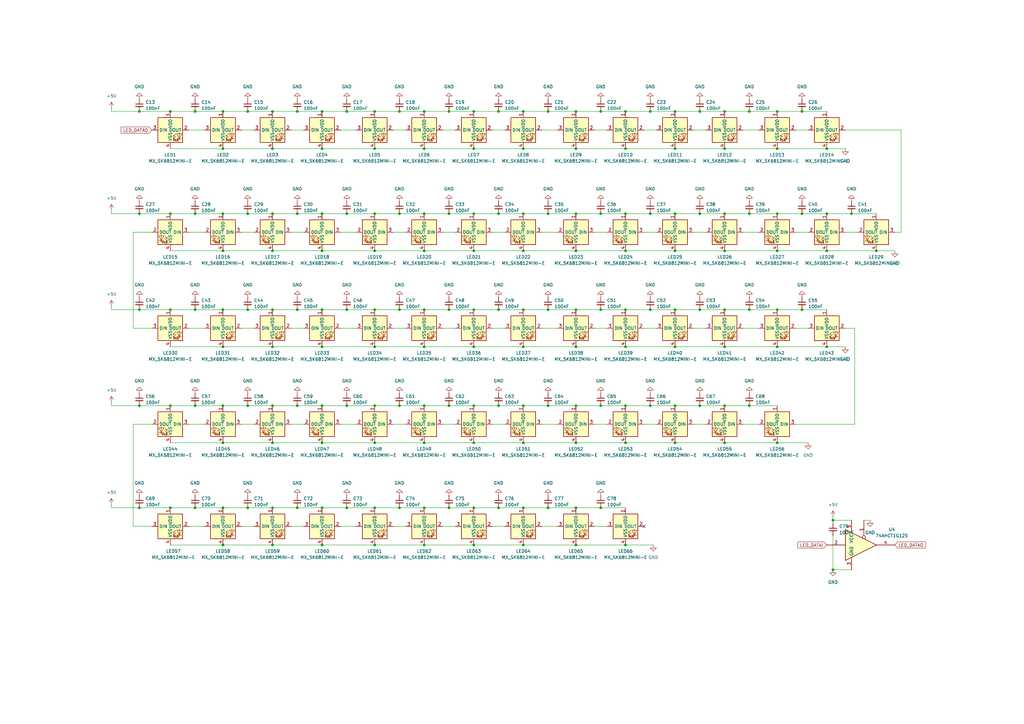
<source format=kicad_sch>
(kicad_sch (version 20230121) (generator eeschema)
  (paper "A3")
  (junction (at 224.79 87.63))
  (junction (at 276.86 87.63))
  (junction (at 266.7 166.37))
  (junction (at 256.54 45.72))
  (junction (at 142.24 45.72))
  (junction (at 256.54 166.37))
  (junction (at 142.24 166.37))
  (junction (at 194.31 102.87))
  (junction (at 359.41 102.87))
  (junction (at 57.15 166.37))
  (junction (at 236.22 142.24))
  (junction (at 276.86 102.87))
  (junction (at 266.7 87.63))
  (junction (at 224.79 127))
  (junction (at 101.6 127))
  (junction (at 287.02 127))
  (junction (at 173.99 181.61))
  (junction (at 57.15 87.63))
  (junction (at 276.86 45.72))
  (junction (at 184.15 208.28))
  (junction (at 111.76 223.52))
  (junction (at 57.15 45.72))
  (junction (at 204.47 127))
  (junction (at 297.18 127))
  (junction (at 194.31 60.96))
  (junction (at 214.63 87.63))
  (junction (at 256.54 223.52))
  (junction (at 256.54 60.96))
  (junction (at 276.86 142.24))
  (junction (at 132.08 45.72))
  (junction (at 142.24 127))
  (junction (at 276.86 60.96))
  (junction (at 297.18 102.87))
  (junction (at 132.08 208.28))
  (junction (at 266.7 127))
  (junction (at 121.92 87.63))
  (junction (at 236.22 102.87))
  (junction (at 101.6 208.28))
  (junction (at 339.09 142.24))
  (junction (at 194.31 127))
  (junction (at 339.09 87.63))
  (junction (at 173.99 166.37))
  (junction (at 69.85 127))
  (junction (at 184.15 127))
  (junction (at 132.08 166.37))
  (junction (at 297.18 60.96))
  (junction (at 318.77 181.61))
  (junction (at 297.18 45.72))
  (junction (at 111.76 60.96))
  (junction (at 214.63 102.87))
  (junction (at 121.92 127))
  (junction (at 339.09 60.96))
  (junction (at 328.93 45.72))
  (junction (at 318.77 87.63))
  (junction (at 121.92 45.72))
  (junction (at 184.15 45.72))
  (junction (at 214.63 181.61))
  (junction (at 111.76 45.72))
  (junction (at 111.76 208.28))
  (junction (at 111.76 142.24))
  (junction (at 328.93 127))
  (junction (at 80.01 208.28))
  (junction (at 132.08 223.52))
  (junction (at 173.99 102.87))
  (junction (at 163.83 45.72))
  (junction (at 236.22 208.28))
  (junction (at 173.99 60.96))
  (junction (at 236.22 181.61))
  (junction (at 297.18 181.61))
  (junction (at 69.85 208.28))
  (junction (at 69.85 166.37))
  (junction (at 194.31 223.52))
  (junction (at 194.31 87.63))
  (junction (at 307.34 45.72))
  (junction (at 153.67 142.24))
  (junction (at 153.67 223.52))
  (junction (at 57.15 127))
  (junction (at 246.38 127))
  (junction (at 194.31 45.72))
  (junction (at 91.44 45.72))
  (junction (at 349.25 87.63))
  (junction (at 194.31 142.24))
  (junction (at 101.6 45.72))
  (junction (at 236.22 87.63))
  (junction (at 153.67 208.28))
  (junction (at 214.63 208.28))
  (junction (at 236.22 127))
  (junction (at 153.67 166.37))
  (junction (at 91.44 60.96))
  (junction (at 91.44 181.61))
  (junction (at 153.67 127))
  (junction (at 318.77 127))
  (junction (at 236.22 166.37))
  (junction (at 132.08 60.96))
  (junction (at 101.6 87.63))
  (junction (at 339.09 102.87))
  (junction (at 341.63 213.36))
  (junction (at 246.38 166.37))
  (junction (at 297.18 142.24))
  (junction (at 256.54 87.63))
  (junction (at 173.99 127))
  (junction (at 204.47 45.72))
  (junction (at 214.63 223.52))
  (junction (at 91.44 223.52))
  (junction (at 111.76 181.61))
  (junction (at 57.15 208.28))
  (junction (at 163.83 208.28))
  (junction (at 236.22 45.72))
  (junction (at 121.92 166.37))
  (junction (at 111.76 127))
  (junction (at 318.77 45.72))
  (junction (at 256.54 102.87))
  (junction (at 91.44 127))
  (junction (at 153.67 87.63))
  (junction (at 341.63 233.68))
  (junction (at 153.67 181.61))
  (junction (at 132.08 181.61))
  (junction (at 204.47 166.37))
  (junction (at 80.01 45.72))
  (junction (at 318.77 142.24))
  (junction (at 214.63 127))
  (junction (at 194.31 166.37))
  (junction (at 214.63 60.96))
  (junction (at 69.85 87.63))
  (junction (at 111.76 102.87))
  (junction (at 287.02 166.37))
  (junction (at 204.47 87.63))
  (junction (at 153.67 60.96))
  (junction (at 163.83 166.37))
  (junction (at 276.86 166.37))
  (junction (at 101.6 166.37))
  (junction (at 256.54 142.24))
  (junction (at 214.63 45.72))
  (junction (at 307.34 127))
  (junction (at 204.47 208.28))
  (junction (at 246.38 208.28))
  (junction (at 80.01 87.63))
  (junction (at 214.63 166.37))
  (junction (at 163.83 127))
  (junction (at 132.08 127))
  (junction (at 266.7 45.72))
  (junction (at 91.44 208.28))
  (junction (at 328.93 87.63))
  (junction (at 80.01 127))
  (junction (at 132.08 102.87))
  (junction (at 132.08 87.63))
  (junction (at 91.44 166.37))
  (junction (at 297.18 166.37))
  (junction (at 256.54 127))
  (junction (at 173.99 87.63))
  (junction (at 307.34 166.37))
  (junction (at 132.08 142.24))
  (junction (at 246.38 87.63))
  (junction (at 224.79 208.28))
  (junction (at 318.77 102.87))
  (junction (at 318.77 60.96))
  (junction (at 184.15 87.63))
  (junction (at 246.38 45.72))
  (junction (at 236.22 223.52))
  (junction (at 224.79 166.37))
  (junction (at 184.15 166.37))
  (junction (at 224.79 45.72))
  (junction (at 214.63 142.24))
  (junction (at 91.44 142.24))
  (junction (at 111.76 87.63))
  (junction (at 91.44 102.87))
  (junction (at 173.99 208.28))
  (junction (at 153.67 102.87))
  (junction (at 163.83 87.63))
  (junction (at 111.76 166.37))
  (junction (at 256.54 181.61))
  (junction (at 287.02 45.72))
  (junction (at 69.85 45.72))
  (junction (at 287.02 87.63))
  (junction (at 153.67 45.72))
  (junction (at 173.99 142.24))
  (junction (at 194.31 208.28))
  (junction (at 142.24 208.28))
  (junction (at 142.24 87.63))
  (junction (at 121.92 208.28))
  (junction (at 307.34 87.63))
  (junction (at 91.44 87.63))
  (junction (at 194.31 181.61))
  (junction (at 236.22 60.96))
  (junction (at 276.86 127))
  (junction (at 80.01 166.37))
  (junction (at 276.86 181.61))
  (junction (at 173.99 223.52))
  (junction (at 297.18 87.63))
  (junction (at 173.99 45.72))
  (no_connect (at 264.16 215.9))
  (wire (pts (xy 132.08 127) (xy 121.92 127)))
  (wire (pts (xy 153.67 142.24) (xy 173.99 142.24)))
  (wire (pts (xy 224.79 166.37) (xy 236.22 166.37)))
  (wire (pts (xy 201.93 134.62) (xy 207.01 134.62)))
  (wire (pts (xy 349.25 87.63) (xy 359.41 87.63)))
  (wire (pts (xy 243.84 95.25) (xy 248.92 95.25)))
  (wire (pts (xy 201.93 95.25) (xy 207.01 95.25)))
  (wire (pts (xy 297.18 166.37) (xy 307.34 166.37)))
  (wire (pts (xy 264.16 134.62) (xy 269.24 134.62)))
  (wire (pts (xy 91.44 60.96) (xy 111.76 60.96)))
  (wire (pts (xy 224.79 208.28) (xy 214.63 208.28)))
  (wire (pts (xy 101.6 127) (xy 91.44 127)))
  (wire (pts (xy 173.99 127) (xy 163.83 127)))
  (wire (pts (xy 256.54 102.87) (xy 276.86 102.87)))
  (wire (pts (xy 45.72 45.72) (xy 57.15 45.72)))
  (wire (pts (xy 142.24 166.37) (xy 153.67 166.37)))
  (wire (pts (xy 54.61 95.25) (xy 54.61 134.62)))
  (wire (pts (xy 264.16 173.99) (xy 269.24 173.99)))
  (wire (pts (xy 181.61 53.34) (xy 186.69 53.34)))
  (wire (pts (xy 236.22 142.24) (xy 256.54 142.24)))
  (wire (pts (xy 121.92 208.28) (xy 111.76 208.28)))
  (wire (pts (xy 284.48 53.34) (xy 289.56 53.34)))
  (wire (pts (xy 184.15 45.72) (xy 194.31 45.72)))
  (wire (pts (xy 256.54 142.24) (xy 276.86 142.24)))
  (wire (pts (xy 163.83 87.63) (xy 173.99 87.63)))
  (wire (pts (xy 341.63 213.36) (xy 341.63 214.63)))
  (wire (pts (xy 204.47 45.72) (xy 214.63 45.72)))
  (wire (pts (xy 214.63 223.52) (xy 236.22 223.52)))
  (wire (pts (xy 91.44 142.24) (xy 111.76 142.24)))
  (wire (pts (xy 161.29 215.9) (xy 166.37 215.9)))
  (wire (pts (xy 318.77 60.96) (xy 339.09 60.96)))
  (wire (pts (xy 132.08 87.63) (xy 142.24 87.63)))
  (wire (pts (xy 194.31 87.63) (xy 204.47 87.63)))
  (wire (pts (xy 350.52 173.99) (xy 326.39 173.99)))
  (wire (pts (xy 339.09 102.87) (xy 359.41 102.87)))
  (wire (pts (xy 204.47 87.63) (xy 214.63 87.63)))
  (wire (pts (xy 91.44 127) (xy 80.01 127)))
  (wire (pts (xy 318.77 127) (xy 307.34 127)))
  (wire (pts (xy 266.7 127) (xy 276.86 127)))
  (wire (pts (xy 256.54 45.72) (xy 266.7 45.72)))
  (wire (pts (xy 326.39 53.34) (xy 331.47 53.34)))
  (wire (pts (xy 45.72 166.37) (xy 57.15 166.37)))
  (wire (pts (xy 297.18 102.87) (xy 318.77 102.87)))
  (wire (pts (xy 153.67 181.61) (xy 173.99 181.61)))
  (wire (pts (xy 57.15 208.28) (xy 69.85 208.28)))
  (wire (pts (xy 297.18 142.24) (xy 318.77 142.24)))
  (wire (pts (xy 184.15 127) (xy 173.99 127)))
  (wire (pts (xy 194.31 60.96) (xy 214.63 60.96)))
  (wire (pts (xy 264.16 53.34) (xy 269.24 53.34)))
  (wire (pts (xy 194.31 102.87) (xy 214.63 102.87)))
  (wire (pts (xy 264.16 95.25) (xy 269.24 95.25)))
  (wire (pts (xy 173.99 102.87) (xy 194.31 102.87)))
  (wire (pts (xy 80.01 87.63) (xy 91.44 87.63)))
  (wire (pts (xy 69.85 102.87) (xy 91.44 102.87)))
  (wire (pts (xy 77.47 215.9) (xy 83.82 215.9)))
  (wire (pts (xy 69.85 223.52) (xy 91.44 223.52)))
  (wire (pts (xy 119.38 173.99) (xy 124.46 173.99)))
  (wire (pts (xy 54.61 173.99) (xy 54.61 215.9)))
  (wire (pts (xy 307.34 87.63) (xy 318.77 87.63)))
  (wire (pts (xy 276.86 87.63) (xy 287.02 87.63)))
  (wire (pts (xy 45.72 87.63) (xy 45.72 86.36)))
  (wire (pts (xy 121.92 166.37) (xy 132.08 166.37)))
  (wire (pts (xy 111.76 102.87) (xy 132.08 102.87)))
  (wire (pts (xy 236.22 166.37) (xy 246.38 166.37)))
  (wire (pts (xy 132.08 102.87) (xy 153.67 102.87)))
  (wire (pts (xy 45.72 45.72) (xy 45.72 44.45)))
  (wire (pts (xy 111.76 208.28) (xy 101.6 208.28)))
  (wire (pts (xy 204.47 166.37) (xy 214.63 166.37)))
  (wire (pts (xy 132.08 181.61) (xy 153.67 181.61)))
  (wire (pts (xy 287.02 87.63) (xy 297.18 87.63)))
  (wire (pts (xy 266.7 127) (xy 256.54 127)))
  (wire (pts (xy 119.38 134.62) (xy 124.46 134.62)))
  (wire (pts (xy 54.61 134.62) (xy 62.23 134.62)))
  (wire (pts (xy 161.29 95.25) (xy 166.37 95.25)))
  (wire (pts (xy 346.71 134.62) (xy 350.52 134.62)))
  (wire (pts (xy 91.44 166.37) (xy 101.6 166.37)))
  (wire (pts (xy 346.71 53.34) (xy 369.57 53.34)))
  (wire (pts (xy 163.83 127) (xy 153.67 127)))
  (wire (pts (xy 139.7 134.62) (xy 146.05 134.62)))
  (wire (pts (xy 62.23 95.25) (xy 54.61 95.25)))
  (wire (pts (xy 276.86 45.72) (xy 287.02 45.72)))
  (wire (pts (xy 356.87 213.36) (xy 354.33 213.36)))
  (wire (pts (xy 181.61 134.62) (xy 186.69 134.62)))
  (wire (pts (xy 284.48 173.99) (xy 289.56 173.99)))
  (wire (pts (xy 307.34 166.37) (xy 318.77 166.37)))
  (wire (pts (xy 91.44 208.28) (xy 80.01 208.28)))
  (wire (pts (xy 139.7 95.25) (xy 146.05 95.25)))
  (wire (pts (xy 304.8 173.99) (xy 311.15 173.99)))
  (wire (pts (xy 194.31 166.37) (xy 204.47 166.37)))
  (wire (pts (xy 222.25 134.62) (xy 228.6 134.62)))
  (wire (pts (xy 297.18 87.63) (xy 307.34 87.63)))
  (wire (pts (xy 297.18 45.72) (xy 307.34 45.72)))
  (wire (pts (xy 111.76 87.63) (xy 121.92 87.63)))
  (wire (pts (xy 161.29 53.34) (xy 166.37 53.34)))
  (wire (pts (xy 111.76 142.24) (xy 132.08 142.24)))
  (wire (pts (xy 328.93 87.63) (xy 339.09 87.63)))
  (wire (pts (xy 243.84 215.9) (xy 248.92 215.9)))
  (wire (pts (xy 194.31 45.72) (xy 204.47 45.72)))
  (wire (pts (xy 163.83 45.72) (xy 173.99 45.72)))
  (wire (pts (xy 297.18 60.96) (xy 318.77 60.96)))
  (wire (pts (xy 80.01 45.72) (xy 91.44 45.72)))
  (wire (pts (xy 214.63 127) (xy 204.47 127)))
  (wire (pts (xy 77.47 173.99) (xy 83.82 173.99)))
  (wire (pts (xy 153.67 60.96) (xy 173.99 60.96)))
  (wire (pts (xy 246.38 166.37) (xy 256.54 166.37)))
  (wire (pts (xy 214.63 181.61) (xy 236.22 181.61)))
  (wire (pts (xy 184.15 87.63) (xy 194.31 87.63)))
  (wire (pts (xy 304.8 53.34) (xy 311.15 53.34)))
  (wire (pts (xy 139.7 215.9) (xy 146.05 215.9)))
  (wire (pts (xy 173.99 208.28) (xy 163.83 208.28)))
  (wire (pts (xy 304.8 134.62) (xy 311.15 134.62)))
  (wire (pts (xy 132.08 208.28) (xy 121.92 208.28)))
  (wire (pts (xy 194.31 208.28) (xy 184.15 208.28)))
  (wire (pts (xy 236.22 127) (xy 224.79 127)))
  (wire (pts (xy 201.93 215.9) (xy 207.01 215.9)))
  (wire (pts (xy 153.67 102.87) (xy 173.99 102.87)))
  (wire (pts (xy 45.72 127) (xy 45.72 125.73)))
  (wire (pts (xy 101.6 208.28) (xy 91.44 208.28)))
  (wire (pts (xy 367.03 102.87) (xy 359.41 102.87)))
  (wire (pts (xy 326.39 134.62) (xy 331.47 134.62)))
  (wire (pts (xy 214.63 87.63) (xy 224.79 87.63)))
  (wire (pts (xy 318.77 87.63) (xy 328.93 87.63)))
  (wire (pts (xy 331.47 181.61) (xy 318.77 181.61)))
  (wire (pts (xy 236.22 208.28) (xy 224.79 208.28)))
  (wire (pts (xy 369.57 53.34) (xy 369.57 95.25)))
  (wire (pts (xy 256.54 60.96) (xy 276.86 60.96)))
  (wire (pts (xy 236.22 223.52) (xy 256.54 223.52)))
  (wire (pts (xy 45.72 166.37) (xy 45.72 165.1)))
  (wire (pts (xy 45.72 208.28) (xy 57.15 208.28)))
  (wire (pts (xy 224.79 45.72) (xy 236.22 45.72)))
  (wire (pts (xy 339.09 87.63) (xy 349.25 87.63)))
  (wire (pts (xy 153.67 127) (xy 142.24 127)))
  (wire (pts (xy 91.44 181.61) (xy 111.76 181.61)))
  (wire (pts (xy 339.09 127) (xy 328.93 127)))
  (wire (pts (xy 132.08 60.96) (xy 153.67 60.96)))
  (wire (pts (xy 297.18 127) (xy 287.02 127)))
  (wire (pts (xy 256.54 127) (xy 246.38 127)))
  (wire (pts (xy 204.47 127) (xy 194.31 127)))
  (wire (pts (xy 287.02 45.72) (xy 297.18 45.72)))
  (wire (pts (xy 139.7 173.99) (xy 146.05 173.99)))
  (wire (pts (xy 99.06 215.9) (xy 104.14 215.9)))
  (wire (pts (xy 121.92 45.72) (xy 132.08 45.72)))
  (wire (pts (xy 369.57 95.25) (xy 367.03 95.25)))
  (wire (pts (xy 181.61 173.99) (xy 186.69 173.99)))
  (wire (pts (xy 349.25 213.36) (xy 341.63 213.36)))
  (wire (pts (xy 284.48 134.62) (xy 289.56 134.62)))
  (wire (pts (xy 266.7 166.37) (xy 276.86 166.37)))
  (wire (pts (xy 173.99 223.52) (xy 194.31 223.52)))
  (wire (pts (xy 99.06 173.99) (xy 104.14 173.99)))
  (wire (pts (xy 276.86 181.61) (xy 297.18 181.61)))
  (wire (pts (xy 153.67 208.28) (xy 142.24 208.28)))
  (wire (pts (xy 101.6 87.63) (xy 111.76 87.63)))
  (wire (pts (xy 173.99 60.96) (xy 194.31 60.96)))
  (wire (pts (xy 111.76 166.37) (xy 121.92 166.37)))
  (wire (pts (xy 121.92 87.63) (xy 132.08 87.63)))
  (wire (pts (xy 142.24 87.63) (xy 153.67 87.63)))
  (wire (pts (xy 276.86 102.87) (xy 297.18 102.87)))
  (wire (pts (xy 77.47 134.62) (xy 83.82 134.62)))
  (wire (pts (xy 77.47 53.34) (xy 83.82 53.34)))
  (wire (pts (xy 69.85 181.61) (xy 91.44 181.61)))
  (wire (pts (xy 256.54 208.28) (xy 246.38 208.28)))
  (wire (pts (xy 57.15 166.37) (xy 69.85 166.37)))
  (wire (pts (xy 222.25 95.25) (xy 228.6 95.25)))
  (wire (pts (xy 194.31 181.61) (xy 214.63 181.61)))
  (wire (pts (xy 111.76 127) (xy 101.6 127)))
  (wire (pts (xy 99.06 53.34) (xy 104.14 53.34)))
  (wire (pts (xy 214.63 208.28) (xy 204.47 208.28)))
  (wire (pts (xy 201.93 53.34) (xy 207.01 53.34)))
  (wire (pts (xy 214.63 102.87) (xy 236.22 102.87)))
  (wire (pts (xy 341.63 233.68) (xy 349.25 233.68)))
  (wire (pts (xy 173.99 142.24) (xy 194.31 142.24)))
  (wire (pts (xy 276.86 166.37) (xy 287.02 166.37)))
  (wire (pts (xy 101.6 166.37) (xy 111.76 166.37)))
  (wire (pts (xy 267.97 223.52) (xy 256.54 223.52)))
  (wire (pts (xy 69.85 45.72) (xy 80.01 45.72)))
  (wire (pts (xy 153.67 223.52) (xy 173.99 223.52)))
  (wire (pts (xy 350.52 134.62) (xy 350.52 173.99)))
  (wire (pts (xy 184.15 208.28) (xy 173.99 208.28)))
  (wire (pts (xy 153.67 45.72) (xy 163.83 45.72)))
  (wire (pts (xy 184.15 166.37) (xy 194.31 166.37)))
  (wire (pts (xy 132.08 45.72) (xy 142.24 45.72)))
  (wire (pts (xy 224.79 87.63) (xy 236.22 87.63)))
  (wire (pts (xy 204.47 208.28) (xy 194.31 208.28)))
  (wire (pts (xy 346.71 60.96) (xy 339.09 60.96)))
  (wire (pts (xy 297.18 181.61) (xy 318.77 181.61)))
  (wire (pts (xy 69.85 87.63) (xy 80.01 87.63)))
  (wire (pts (xy 163.83 166.37) (xy 173.99 166.37)))
  (wire (pts (xy 91.44 87.63) (xy 101.6 87.63)))
  (wire (pts (xy 99.06 134.62) (xy 104.14 134.62)))
  (wire (pts (xy 111.76 223.52) (xy 132.08 223.52)))
  (wire (pts (xy 194.31 142.24) (xy 214.63 142.24)))
  (wire (pts (xy 318.77 102.87) (xy 339.09 102.87)))
  (wire (pts (xy 318.77 45.72) (xy 328.93 45.72)))
  (wire (pts (xy 142.24 127) (xy 132.08 127)))
  (wire (pts (xy 214.63 142.24) (xy 236.22 142.24)))
  (wire (pts (xy 69.85 142.24) (xy 91.44 142.24)))
  (wire (pts (xy 91.44 102.87) (xy 111.76 102.87)))
  (wire (pts (xy 153.67 166.37) (xy 163.83 166.37)))
  (wire (pts (xy 111.76 181.61) (xy 132.08 181.61)))
  (wire (pts (xy 236.22 60.96) (xy 256.54 60.96)))
  (wire (pts (xy 307.34 45.72) (xy 318.77 45.72)))
  (wire (pts (xy 346.71 95.25) (xy 351.79 95.25)))
  (wire (pts (xy 161.29 134.62) (xy 166.37 134.62)))
  (wire (pts (xy 341.63 219.71) (xy 341.63 233.68)))
  (wire (pts (xy 77.47 95.25) (xy 83.82 95.25)))
  (wire (pts (xy 173.99 45.72) (xy 184.15 45.72)))
  (wire (pts (xy 161.29 173.99) (xy 166.37 173.99)))
  (wire (pts (xy 173.99 87.63) (xy 184.15 87.63)))
  (wire (pts (xy 69.85 166.37) (xy 80.01 166.37)))
  (wire (pts (xy 132.08 223.52) (xy 153.67 223.52)))
  (wire (pts (xy 99.06 95.25) (xy 104.14 95.25)))
  (wire (pts (xy 142.24 45.72) (xy 153.67 45.72)))
  (wire (pts (xy 222.25 173.99) (xy 228.6 173.99)))
  (wire (pts (xy 163.83 208.28) (xy 153.67 208.28)))
  (wire (pts (xy 69.85 60.96) (xy 91.44 60.96)))
  (wire (pts (xy 328.93 127) (xy 318.77 127)))
  (wire (pts (xy 54.61 173.99) (xy 62.23 173.99)))
  (wire (pts (xy 214.63 166.37) (xy 224.79 166.37)))
  (wire (pts (xy 266.7 87.63) (xy 276.86 87.63)))
  (wire (pts (xy 276.86 142.24) (xy 297.18 142.24)))
  (wire (pts (xy 246.38 45.72) (xy 256.54 45.72)))
  (wire (pts (xy 54.61 215.9) (xy 62.23 215.9)))
  (wire (pts (xy 80.01 208.28) (xy 69.85 208.28)))
  (wire (pts (xy 132.08 166.37) (xy 142.24 166.37)))
  (wire (pts (xy 181.61 95.25) (xy 186.69 95.25)))
  (wire (pts (xy 224.79 127) (xy 214.63 127)))
  (wire (pts (xy 341.63 212.09) (xy 341.63 213.36)))
  (wire (pts (xy 119.38 215.9) (xy 124.46 215.9)))
  (wire (pts (xy 139.7 53.34) (xy 146.05 53.34)))
  (wire (pts (xy 201.93 173.99) (xy 207.01 173.99)))
  (wire (pts (xy 318.77 142.24) (xy 339.09 142.24)))
  (wire (pts (xy 173.99 181.61) (xy 194.31 181.61)))
  (wire (pts (xy 328.93 45.72) (xy 339.09 45.72)))
  (wire (pts (xy 45.72 208.28) (xy 45.72 207.01)))
  (wire (pts (xy 80.01 166.37) (xy 91.44 166.37)))
  (wire (pts (xy 246.38 208.28) (xy 236.22 208.28)))
  (wire (pts (xy 243.84 173.99) (xy 248.92 173.99)))
  (wire (pts (xy 276.86 127) (xy 287.02 127)))
  (wire (pts (xy 111.76 45.72) (xy 121.92 45.72)))
  (wire (pts (xy 304.8 95.25) (xy 311.15 95.25)))
  (wire (pts (xy 236.22 102.87) (xy 256.54 102.87)))
  (wire (pts (xy 284.48 95.25) (xy 289.56 95.25)))
  (wire (pts (xy 45.72 87.63) (xy 57.15 87.63)))
  (wire (pts (xy 101.6 45.72) (xy 111.76 45.72)))
  (wire (pts (xy 153.67 87.63) (xy 163.83 87.63)))
  (wire (pts (xy 222.25 215.9) (xy 228.6 215.9)))
  (wire (pts (xy 246.38 127) (xy 236.22 127)))
  (wire (pts (xy 132.08 142.24) (xy 153.67 142.24)))
  (wire (pts (xy 276.86 60.96) (xy 297.18 60.96)))
  (wire (pts (xy 222.25 53.34) (xy 228.6 53.34)))
  (wire (pts (xy 119.38 95.25) (xy 124.46 95.25)))
  (wire (pts (xy 173.99 166.37) (xy 184.15 166.37)))
  (wire (pts (xy 194.31 223.52) (xy 214.63 223.52)))
  (wire (pts (xy 142.24 208.28) (xy 132.08 208.28)))
  (wire (pts (xy 57.15 45.72) (xy 69.85 45.72)))
  (wire (pts (xy 256.54 181.61) (xy 276.86 181.61)))
  (wire (pts (xy 266.7 45.72) (xy 276.86 45.72)))
  (wire (pts (xy 119.38 53.34) (xy 124.46 53.34)))
  (wire (pts (xy 256.54 87.63) (xy 266.7 87.63)))
  (wire (pts (xy 111.76 60.96) (xy 132.08 60.96)))
  (wire (pts (xy 236.22 87.63) (xy 246.38 87.63)))
  (wire (pts (xy 256.54 166.37) (xy 266.7 166.37)))
  (wire (pts (xy 121.92 127) (xy 111.76 127)))
  (wire (pts (xy 326.39 95.25) (xy 331.47 95.25)))
  (wire (pts (xy 45.72 127) (xy 57.15 127)))
  (wire (pts (xy 246.38 87.63) (xy 256.54 87.63)))
  (wire (pts (xy 243.84 134.62) (xy 248.92 134.62)))
  (wire (pts (xy 57.15 127) (xy 69.85 127)))
  (wire (pts (xy 80.01 127) (xy 69.85 127)))
  (wire (pts (xy 57.15 87.63) (xy 69.85 87.63)))
  (wire (pts (xy 181.61 215.9) (xy 186.69 215.9)))
  (wire (pts (xy 194.31 127) (xy 184.15 127)))
  (wire (pts (xy 346.71 142.24) (xy 339.09 142.24)))
  (wire (pts (xy 287.02 166.37) (xy 297.18 166.37)))
  (wire (pts (xy 236.22 181.61) (xy 256.54 181.61)))
  (wire (pts (xy 214.63 60.96) (xy 236.22 60.96)))
  (wire (pts (xy 236.22 45.72) (xy 246.38 45.72)))
  (wire (pts (xy 307.34 127) (xy 297.18 127)))
  (wire (pts (xy 243.84 53.34) (xy 248.92 53.34)))
  (wire (pts (xy 214.63 45.72) (xy 224.79 45.72)))
  (wire (pts (xy 91.44 223.52) (xy 111.76 223.52)))
  (wire (pts (xy 91.44 45.72) (xy 101.6 45.72)))
  (global_label "LED_DATAO" (shape input) (at 367.03 223.52 0) (property "Intersheetrefs" "${INTERSHEET_REFS}" (effects hide)))
  (global_label "LED_DATAO" (shape input) (at 62.23 53.34 180) (property "Intersheetrefs" "${INTERSHEET_REFS}" (effects hide)))
  (global_label "LED_DATAI" (shape input) (at 339.09 223.52 180) (property "Intersheetrefs" "${INTERSHEET_REFS}" (effects hide)))
  (symbol (lib_id "power:GND") (at 142.24 82.55 180) (unit 1)
    (property "Reference" "#PWR049" (effects hide))
    (property "Value" "GND" (at 142.24 77.47 0))
  )
  (symbol (lib_id "PCM_marbastlib-mx:MX_SK6812MINI-E") (at 276.86 134.62 0) (unit 1)
    (property "Reference" "LED40" (at 276.86 144.78 0))
    (property "Value" "MX_SK6812MINI-E" (at 276.86 147.32 0))
    (property "Footprint" "PCM_marbastlib-mx:LED_MX_6028R" (effects hide))
  )
  (symbol (lib_id "power:GND") (at 246.38 40.64 180) (unit 1)
    (property "Reference" "#PWR041" (effects hide))
    (property "Value" "GND" (at 246.38 35.56 0))
  )
  (symbol (lib_id "Device:C_Small") (at 57.15 85.09 0) (unit 1)
    (property "Reference" "C27" (at 59.69 83.8263 0) (effects (justify left)))
    (property "Value" "100nF" (at 59.69 86.3663 0) (effects (justify left)))
    (property "Footprint" "Capacitor_SMD:C_0402_1005Metric" (effects hide))
  )
  (symbol (lib_id "Device:C_Small") (at 204.47 43.18 0) (unit 1)
    (property "Reference" "C20" (at 207.01 41.9163 0) (effects (justify left)))
    (property "Value" "100nF" (at 207.01 44.4563 0) (effects (justify left)))
    (property "Footprint" "Capacitor_SMD:C_0402_1005Metric" (effects hide))
  )
  (symbol (lib_id "Device:C_Small") (at 287.02 124.46 0) (unit 1)
    (property "Reference" "C53" (at 289.56 123.1963 0) (effects (justify left)))
    (property "Value" "100nF" (at 289.56 125.7363 0) (effects (justify left)))
    (property "Footprint" "Capacitor_SMD:C_0402_1005Metric" (effects hide))
  )
  (symbol (lib_id "PCM_marbastlib-mx:MX_SK6812MINI-E") (at 91.44 134.62 0) (unit 1)
    (property "Reference" "LED31" (at 91.44 144.78 0))
    (property "Value" "MX_SK6812MINI-E" (at 91.44 147.32 0))
    (property "Footprint" "PCM_marbastlib-mx:LED_MX_6028R" (effects hide))
  )
  (symbol (lib_id "power:GND") (at 307.34 40.64 180) (unit 1)
    (property "Reference" "#PWR044" (effects hide))
    (property "Value" "GND" (at 307.34 35.56 0))
  )
  (symbol (lib_id "power:GND") (at 163.83 40.64 180) (unit 1)
    (property "Reference" "#PWR031" (effects hide))
    (property "Value" "GND" (at 163.83 35.56 0))
  )
  (symbol (lib_id "74xGxx:74AHCT1G125") (at 354.33 223.52 0) (unit 1)
    (property "Reference" "U4" (at 365.76 217.17 0))
    (property "Value" "74AHCT1G125" (at 365.76 219.71 0))
    (property "Footprint" "Package_TO_SOT_SMD:SOT-23-5" (effects hide))
    (property "Datasheet" "http://www.ti.com/lit/sg/scyt129e/scyt129e.pdf" (effects hide))
  )
  (symbol (lib_id "PCM_marbastlib-mx:MX_SK6812MINI-E") (at 256.54 95.25 0) (mirror y) (unit 1)
    (property "Reference" "LED24" (at 256.54 105.41 0))
    (property "Value" "MX_SK6812MINI-E" (at 256.54 107.95 0))
    (property "Footprint" "PCM_marbastlib-mx:LED_MX_6028R" (effects hide))
  )
  (symbol (lib_id "PCM_marbastlib-mx:MX_SK6812MINI-E") (at 132.08 95.25 0) (mirror y) (unit 1)
    (property "Reference" "LED18" (at 132.08 105.41 0))
    (property "Value" "MX_SK6812MINI-E" (at 132.08 107.95 0))
    (property "Footprint" "PCM_marbastlib-mx:LED_MX_6028R" (effects hide))
  )
  (symbol (lib_id "power:+5V") (at 45.72 86.36 0) (unit 1)
    (property "Reference" "#PWR099" (effects hide))
    (property "Value" "+5V" (at 45.72 81.28 0))
  )
  (symbol (lib_id "PCM_marbastlib-mx:MX_SK6812MINI-E") (at 236.22 53.34 0) (unit 1)
    (property "Reference" "LED9" (at 236.22 63.5 0))
    (property "Value" "MX_SK6812MINI-E" (at 236.22 66.04 0))
    (property "Footprint" "PCM_marbastlib-mx:LED_MX_6028R" (effects hide))
  )
  (symbol (lib_id "Device:C_Small") (at 57.15 124.46 0) (unit 1)
    (property "Reference" "C42" (at 59.69 123.1963 0) (effects (justify left)))
    (property "Value" "100nF" (at 59.69 125.7363 0) (effects (justify left)))
    (property "Footprint" "Capacitor_SMD:C_0402_1005Metric" (effects hide))
  )
  (symbol (lib_id "Device:C_Small") (at 121.92 43.18 0) (unit 1)
    (property "Reference" "C16" (at 124.46 41.9163 0) (effects (justify left)))
    (property "Value" "100nF" (at 124.46 44.4563 0) (effects (justify left)))
    (property "Footprint" "Capacitor_SMD:C_0402_1005Metric" (effects hide))
  )
  (symbol (lib_id "power:GND") (at 328.93 40.64 180) (unit 1)
    (property "Reference" "#PWR045" (effects hide))
    (property "Value" "GND" (at 328.93 35.56 0))
  )
  (symbol (lib_id "power:+5V") (at 45.72 125.73 0) (unit 1)
    (property "Reference" "#PWR0100" (effects hide))
    (property "Value" "+5V" (at 45.72 120.65 0))
  )
  (symbol (lib_id "PCM_marbastlib-mx:MX_SK6812MINI-E") (at 297.18 95.25 0) (mirror y) (unit 1)
    (property "Reference" "LED26" (at 297.18 105.41 0))
    (property "Value" "MX_SK6812MINI-E" (at 297.18 107.95 0))
    (property "Footprint" "PCM_marbastlib-mx:LED_MX_6028R" (effects hide))
  )
  (symbol (lib_id "PCM_marbastlib-mx:MX_SK6812MINI-E") (at 214.63 95.25 0) (mirror y) (unit 1)
    (property "Reference" "LED22" (at 214.63 105.41 0))
    (property "Value" "MX_SK6812MINI-E" (at 214.63 107.95 0))
    (property "Footprint" "PCM_marbastlib-mx:LED_MX_6028R" (effects hide))
  )
  (symbol (lib_id "PCM_marbastlib-mx:MX_SK6812MINI-E") (at 69.85 95.25 0) (mirror y) (unit 1)
    (property "Reference" "LED15" (at 69.85 105.41 0))
    (property "Value" "MX_SK6812MINI-E" (at 69.85 107.95 0))
    (property "Footprint" "PCM_marbastlib-mx:LED_MX_6028R" (effects hide))
  )
  (symbol (lib_id "power:GND") (at 142.24 203.2 180) (unit 1)
    (property "Reference" "#PWR090" (effects hide))
    (property "Value" "GND" (at 142.24 198.12 0))
  )
  (symbol (lib_id "power:GND") (at 266.7 161.29 180) (unit 1)
    (property "Reference" "#PWR075" (effects hide))
    (property "Value" "GND" (at 266.7 156.21 0))
  )
  (symbol (lib_id "Device:C_Small") (at 163.83 43.18 0) (unit 1)
    (property "Reference" "C18" (at 166.37 41.9163 0) (effects (justify left)))
    (property "Value" "100nF" (at 166.37 44.4563 0) (effects (justify left)))
    (property "Footprint" "Capacitor_SMD:C_0402_1005Metric" (effects hide))
  )
  (symbol (lib_id "power:GND") (at 204.47 203.2 180) (unit 1)
    (property "Reference" "#PWR087" (effects hide))
    (property "Value" "GND" (at 204.47 198.12 0))
  )
  (symbol (lib_id "Device:C_Small") (at 341.63 217.17 0) (unit 1)
    (property "Reference" "C79" (at 344.17 215.9063 0) (effects (justify left)))
    (property "Value" "100nF" (at 344.17 218.4463 0) (effects (justify left)))
    (property "Footprint" "Capacitor_SMD:C_0402_1005Metric" (effects hide))
  )
  (symbol (lib_id "Device:C_Small") (at 163.83 124.46 0) (unit 1)
    (property "Reference" "C47" (at 166.37 123.1963 0) (effects (justify left)))
    (property "Value" "100nF" (at 166.37 125.7363 0) (effects (justify left)))
    (property "Footprint" "Capacitor_SMD:C_0402_1005Metric" (effects hide))
  )
  (symbol (lib_id "PCM_marbastlib-mx:MX_SK6812MINI-E") (at 276.86 173.99 0) (mirror y) (unit 1)
    (property "Reference" "LED54" (at 276.86 184.15 0))
    (property "Value" "MX_SK6812MINI-E" (at 276.86 186.69 0))
    (property "Footprint" "PCM_marbastlib-mx:LED_MX_6028R" (effects hide))
  )
  (symbol (lib_id "PCM_marbastlib-mx:MX_SK6812MINI-E") (at 173.99 134.62 0) (unit 1)
    (property "Reference" "LED35" (at 173.99 144.78 0))
    (property "Value" "MX_SK6812MINI-E" (at 173.99 147.32 0))
    (property "Footprint" "PCM_marbastlib-mx:LED_MX_6028R" (effects hide))
  )
  (symbol (lib_id "PCM_marbastlib-mx:MX_SK6812MINI-E") (at 214.63 53.34 0) (unit 1)
    (property "Reference" "LED8" (at 214.63 63.5 0))
    (property "Value" "MX_SK6812MINI-E" (at 214.63 66.04 0))
    (property "Footprint" "PCM_marbastlib-mx:LED_MX_6028R" (effects hide))
  )
  (symbol (lib_id "power:GND") (at 246.38 82.55 180) (unit 1)
    (property "Reference" "#PWR054" (effects hide))
    (property "Value" "GND" (at 246.38 77.47 0))
  )
  (symbol (lib_id "power:GND") (at 163.83 203.2 180) (unit 1)
    (property "Reference" "#PWR089" (effects hide))
    (property "Value" "GND" (at 163.83 198.12 0))
  )
  (symbol (lib_id "PCM_marbastlib-mx:MX_SK6812MINI-E") (at 69.85 215.9 0) (unit 1)
    (property "Reference" "LED57" (at 71.12 226.06 0))
    (property "Value" "MX_SK6812MINI-E" (at 71.12 228.6 0))
    (property "Footprint" "PCM_marbastlib-mx:LED_MX_6028R" (effects hide))
  )
  (symbol (lib_id "PCM_marbastlib-mx:MX_SK6812MINI-E") (at 91.44 173.99 0) (mirror y) (unit 1)
    (property "Reference" "LED45" (at 91.44 184.15 0))
    (property "Value" "MX_SK6812MINI-E" (at 91.44 186.69 0))
    (property "Footprint" "PCM_marbastlib-mx:LED_MX_6028R" (effects hide))
  )
  (symbol (lib_id "Device:C_Small") (at 184.15 124.46 0) (unit 1)
    (property "Reference" "C48" (at 186.69 123.1963 0) (effects (justify left)))
    (property "Value" "100nF" (at 186.69 125.7363 0) (effects (justify left)))
    (property "Footprint" "Capacitor_SMD:C_0402_1005Metric" (effects hide))
  )
  (symbol (lib_id "PCM_marbastlib-mx:MX_SK6812MINI-E") (at 153.67 53.34 0) (unit 1)
    (property "Reference" "LED5" (at 153.67 63.5 0))
    (property "Value" "MX_SK6812MINI-E" (at 153.67 66.04 0))
    (property "Footprint" "PCM_marbastlib-mx:LED_MX_6028R" (effects hide))
  )
  (symbol (lib_id "Device:C_Small") (at 204.47 205.74 0) (unit 1)
    (property "Reference" "C76" (at 207.01 204.4763 0) (effects (justify left)))
    (property "Value" "100nF" (at 207.01 207.0163 0) (effects (justify left)))
    (property "Footprint" "Capacitor_SMD:C_0402_1005Metric" (effects hide))
  )
  (symbol (lib_id "power:GND") (at 266.7 40.64 180) (unit 1)
    (property "Reference" "#PWR042" (effects hide))
    (property "Value" "GND" (at 266.7 35.56 0))
  )
  (symbol (lib_id "PCM_marbastlib-mx:MX_SK6812MINI-E") (at 256.54 53.34 0) (unit 1)
    (property "Reference" "LED10" (at 256.54 63.5 0))
    (property "Value" "MX_SK6812MINI-E" (at 256.54 66.04 0))
    (property "Footprint" "PCM_marbastlib-mx:LED_MX_6028R" (effects hide))
  )
  (symbol (lib_id "power:GND") (at 121.92 161.29 180) (unit 1)
    (property "Reference" "#PWR082" (effects hide))
    (property "Value" "GND" (at 121.92 156.21 0))
  )
  (symbol (lib_id "Device:C_Small") (at 246.38 163.83 0) (unit 1)
    (property "Reference" "C65" (at 248.92 162.5663 0) (effects (justify left)))
    (property "Value" "100nF" (at 248.92 165.1063 0) (effects (justify left)))
    (property "Footprint" "Capacitor_SMD:C_0402_1005Metric" (effects hide))
  )
  (symbol (lib_id "power:GND") (at 328.93 82.55 180) (unit 1)
    (property "Reference" "#PWR058" (effects hide))
    (property "Value" "GND" (at 328.93 77.47 0))
  )
  (symbol (lib_id "power:GND") (at 224.79 161.29 180) (unit 1)
    (property "Reference" "#PWR077" (effects hide))
    (property "Value" "GND" (at 224.79 156.21 0))
  )
  (symbol (lib_id "Device:C_Small") (at 204.47 85.09 0) (unit 1)
    (property "Reference" "C34" (at 207.01 83.8263 0) (effects (justify left)))
    (property "Value" "100nF" (at 207.01 86.3663 0) (effects (justify left)))
    (property "Footprint" "Capacitor_SMD:C_0402_1005Metric" (effects hide))
  )
  (symbol (lib_id "Device:C_Small") (at 328.93 85.09 0) (unit 1)
    (property "Reference" "C40" (at 331.47 83.8263 0) (effects (justify left)))
    (property "Value" "100nF" (at 331.47 86.3663 0) (effects (justify left)))
    (property "Footprint" "Capacitor_SMD:C_0402_1005Metric" (effects hide))
  )
  (symbol (lib_id "power:GND") (at 349.25 82.55 180) (unit 1)
    (property "Reference" "#PWR059" (effects hide))
    (property "Value" "GND" (at 349.25 77.47 0))
  )
  (symbol (lib_id "PCM_marbastlib-mx:MX_SK6812MINI-E") (at 69.85 53.34 0) (unit 1)
    (property "Reference" "LED1" (at 69.85 63.5 0))
    (property "Value" "MX_SK6812MINI-E" (at 69.85 66.04 0))
    (property "Footprint" "PCM_marbastlib-mx:LED_MX_6028R" (effects hide))
  )
  (symbol (lib_id "Device:C_Small") (at 204.47 163.83 0) (unit 1)
    (property "Reference" "C63" (at 207.01 162.5663 0) (effects (justify left)))
    (property "Value" "100nF" (at 207.01 165.1063 0) (effects (justify left)))
    (property "Footprint" "Capacitor_SMD:C_0402_1005Metric" (effects hide))
  )
  (symbol (lib_id "PCM_marbastlib-mx:MX_SK6812MINI-E") (at 256.54 215.9 0) (unit 1)
    (property "Reference" "LED66" (at 256.54 226.06 0))
    (property "Value" "MX_SK6812MINI-E" (at 256.54 228.6 0))
    (property "Footprint" "PCM_marbastlib-mx:LED_MX_6028R" (effects hide))
  )
  (symbol (lib_id "Device:C_Small") (at 142.24 205.74 0) (unit 1)
    (property "Reference" "C73" (at 144.78 204.4763 0) (effects (justify left)))
    (property "Value" "100nF" (at 144.78 207.0163 0) (effects (justify left)))
    (property "Footprint" "Capacitor_SMD:C_0402_1005Metric" (effects hide))
  )
  (symbol (lib_id "PCM_marbastlib-mx:MX_SK6812MINI-E") (at 214.63 134.62 0) (unit 1)
    (property "Reference" "LED37" (at 214.63 144.78 0))
    (property "Value" "MX_SK6812MINI-E" (at 214.63 147.32 0))
    (property "Footprint" "PCM_marbastlib-mx:LED_MX_6028R" (effects hide))
  )
  (symbol (lib_id "power:GND") (at 224.79 40.64 180) (unit 1)
    (property "Reference" "#PWR040" (effects hide))
    (property "Value" "GND" (at 224.79 35.56 0))
  )
  (symbol (lib_id "PCM_marbastlib-mx:MX_SK6812MINI-E") (at 297.18 53.34 0) (unit 1)
    (property "Reference" "LED12" (at 297.18 63.5 0))
    (property "Value" "MX_SK6812MINI-E" (at 297.18 66.04 0))
    (property "Footprint" "PCM_marbastlib-mx:LED_MX_6028R" (effects hide))
  )
  (symbol (lib_id "Device:C_Small") (at 80.01 43.18 0) (unit 1)
    (property "Reference" "C14" (at 82.55 41.9163 0) (effects (justify left)))
    (property "Value" "100nF" (at 82.55 44.4563 0) (effects (justify left)))
    (property "Footprint" "Capacitor_SMD:C_0402_1005Metric" (effects hide))
  )
  (symbol (lib_id "power:GND") (at 287.02 121.92 180) (unit 1)
    (property "Reference" "#PWR062" (effects hide))
    (property "Value" "GND" (at 287.02 116.84 0))
  )
  (symbol (lib_id "PCM_marbastlib-mx:MX_SK6812MINI-E") (at 318.77 53.34 0) (unit 1)
    (property "Reference" "LED13" (at 318.77 63.5 0))
    (property "Value" "MX_SK6812MINI-E" (at 318.77 66.04 0))
    (property "Footprint" "PCM_marbastlib-mx:LED_MX_6028R" (effects hide))
  )
  (symbol (lib_id "power:GND") (at 246.38 161.29 180) (unit 1)
    (property "Reference" "#PWR076" (effects hide))
    (property "Value" "GND" (at 246.38 156.21 0))
  )
  (symbol (lib_id "power:GND") (at 346.71 60.96 0) (unit 1)
    (property "Reference" "#PWR022" (effects hide))
    (property "Value" "GND" (at 346.71 66.04 0))
  )
  (symbol (lib_id "Device:C_Small") (at 224.79 43.18 0) (unit 1)
    (property "Reference" "C21" (at 227.33 41.9163 0) (effects (justify left)))
    (property "Value" "100nF" (at 227.33 44.4563 0) (effects (justify left)))
    (property "Footprint" "Capacitor_SMD:C_0402_1005Metric" (effects hide))
  )
  (symbol (lib_id "PCM_marbastlib-mx:MX_SK6812MINI-E") (at 194.31 134.62 0) (unit 1)
    (property "Reference" "LED36" (at 194.31 144.78 0))
    (property "Value" "MX_SK6812MINI-E" (at 194.31 147.32 0))
    (property "Footprint" "PCM_marbastlib-mx:LED_MX_6028R" (effects hide))
  )
  (symbol (lib_id "Device:C_Small") (at 184.15 85.09 0) (unit 1)
    (property "Reference" "C33" (at 186.69 83.8263 0) (effects (justify left)))
    (property "Value" "100nF" (at 186.69 86.3663 0) (effects (justify left)))
    (property "Footprint" "Capacitor_SMD:C_0402_1005Metric" (effects hide))
  )
  (symbol (lib_id "Device:C_Small") (at 142.24 85.09 0) (unit 1)
    (property "Reference" "C31" (at 144.78 83.8263 0) (effects (justify left)))
    (property "Value" "100nF" (at 144.78 86.3663 0) (effects (justify left)))
    (property "Footprint" "Capacitor_SMD:C_0402_1005Metric" (effects hide))
  )
  (symbol (lib_id "power:GND") (at 346.71 142.24 0) (unit 1)
    (property "Reference" "#PWR024" (effects hide))
    (property "Value" "GND" (at 346.71 147.32 0))
  )
  (symbol (lib_id "Device:C_Small") (at 287.02 163.83 0) (unit 1)
    (property "Reference" "C67" (at 289.56 162.5663 0) (effects (justify left)))
    (property "Value" "100nF" (at 289.56 165.1063 0) (effects (justify left)))
    (property "Footprint" "Capacitor_SMD:C_0402_1005Metric" (effects hide))
  )
  (symbol (lib_id "power:GND") (at 184.15 40.64 180) (unit 1)
    (property "Reference" "#PWR038" (effects hide))
    (property "Value" "GND" (at 184.15 35.56 0))
  )
  (symbol (lib_id "power:GND") (at 80.01 121.92 180) (unit 1)
    (property "Reference" "#PWR072" (effects hide))
    (property "Value" "GND" (at 80.01 116.84 0))
  )
  (symbol (lib_id "power:+5V") (at 341.63 212.09 0) (unit 1)
    (property "Reference" "#PWR032" (effects hide))
    (property "Value" "+5V" (at 341.63 207.01 0))
  )
  (symbol (lib_id "Device:C_Small") (at 142.24 124.46 0) (unit 1)
    (property "Reference" "C46" (at 144.78 123.1963 0) (effects (justify left)))
    (property "Value" "100nF" (at 144.78 125.7363 0) (effects (justify left)))
    (property "Footprint" "Capacitor_SMD:C_0402_1005Metric" (effects hide))
  )
  (symbol (lib_id "Device:C_Small") (at 204.47 124.46 0) (unit 1)
    (property "Reference" "C49" (at 207.01 123.1963 0) (effects (justify left)))
    (property "Value" "100nF" (at 207.01 125.7363 0) (effects (justify left)))
    (property "Footprint" "Capacitor_SMD:C_0402_1005Metric" (effects hide))
  )
  (symbol (lib_id "Device:C_Small") (at 266.7 163.83 0) (unit 1)
    (property "Reference" "C66" (at 269.24 162.5663 0) (effects (justify left)))
    (property "Value" "100nF" (at 269.24 165.1063 0) (effects (justify left)))
    (property "Footprint" "Capacitor_SMD:C_0402_1005Metric" (effects hide))
  )
  (symbol (lib_id "Device:C_Small") (at 184.15 205.74 0) (unit 1)
    (property "Reference" "C75" (at 186.69 204.4763 0) (effects (justify left)))
    (property "Value" "100nF" (at 186.69 207.0163 0) (effects (justify left)))
    (property "Footprint" "Capacitor_SMD:C_0402_1005Metric" (effects hide))
  )
  (symbol (lib_id "Device:C_Small") (at 246.38 205.74 0) (unit 1)
    (property "Reference" "C78" (at 248.92 204.4763 0) (effects (justify left)))
    (property "Value" "100nF" (at 248.92 207.0163 0) (effects (justify left)))
    (property "Footprint" "Capacitor_SMD:C_0402_1005Metric" (effects hide))
  )
  (symbol (lib_id "Device:C_Small") (at 307.34 43.18 0) (unit 1)
    (property "Reference" "C25" (at 309.88 41.9163 0) (effects (justify left)))
    (property "Value" "100nF" (at 309.88 44.4563 0) (effects (justify left)))
    (property "Footprint" "Capacitor_SMD:C_0402_1005Metric" (effects hide))
  )
  (symbol (lib_id "PCM_marbastlib-mx:MX_SK6812MINI-E") (at 256.54 173.99 0) (mirror y) (unit 1)
    (property "Reference" "LED53" (at 256.54 184.15 0))
    (property "Value" "MX_SK6812MINI-E" (at 256.54 186.69 0))
    (property "Footprint" "PCM_marbastlib-mx:LED_MX_6028R" (effects hide))
  )
  (symbol (lib_id "Device:C_Small") (at 101.6 124.46 0) (unit 1)
    (property "Reference" "C44" (at 104.14 123.1963 0) (effects (justify left)))
    (property "Value" "100nF" (at 104.14 125.7363 0) (effects (justify left)))
    (property "Footprint" "Capacitor_SMD:C_0402_1005Metric" (effects hide))
  )
  (symbol (lib_id "power:GND") (at 184.15 82.55 180) (unit 1)
    (property "Reference" "#PWR051" (effects hide))
    (property "Value" "GND" (at 184.15 77.47 0))
  )
  (symbol (lib_id "PCM_marbastlib-mx:MX_SK6812MINI-E") (at 194.31 53.34 0) (unit 1)
    (property "Reference" "LED7" (at 194.31 63.5 0))
    (property "Value" "MX_SK6812MINI-E" (at 194.31 66.04 0))
    (property "Footprint" "PCM_marbastlib-mx:LED_MX_6028R" (effects hide))
  )
  (symbol (lib_id "Device:C_Small") (at 287.02 85.09 0) (unit 1)
    (property "Reference" "C38" (at 289.56 83.8263 0) (effects (justify left)))
    (property "Value" "100nF" (at 289.56 86.3663 0) (effects (justify left)))
    (property "Footprint" "Capacitor_SMD:C_0402_1005Metric" (effects hide))
  )
  (symbol (lib_id "power:GND") (at 367.03 102.87 0) (unit 1)
    (property "Reference" "#PWR023" (effects hide))
    (property "Value" "GND" (at 367.03 107.95 0))
  )
  (symbol (lib_id "Device:C_Small") (at 307.34 85.09 0) (unit 1)
    (property "Reference" "C39" (at 309.88 83.8263 0) (effects (justify left)))
    (property "Value" "100nF" (at 309.88 86.3663 0) (effects (justify left)))
    (property "Footprint" "Capacitor_SMD:C_0402_1005Metric" (effects hide))
  )
  (symbol (lib_id "power:GND") (at 142.24 161.29 180) (unit 1)
    (property "Reference" "#PWR081" (effects hide))
    (property "Value" "GND" (at 142.24 156.21 0))
  )
  (symbol (lib_id "PCM_marbastlib-mx:MX_SK6812MINI-E") (at 214.63 173.99 0) (mirror y) (unit 1)
    (property "Reference" "LED51" (at 214.63 184.15 0))
    (property "Value" "MX_SK6812MINI-E" (at 214.63 186.69 0))
    (property "Footprint" "PCM_marbastlib-mx:LED_MX_6028R" (effects hide))
  )
  (symbol (lib_id "power:GND") (at 57.15 82.55 180) (unit 1)
    (property "Reference" "#PWR094" (effects hide))
    (property "Value" "GND" (at 57.15 77.47 0))
  )
  (symbol (lib_id "Device:C_Small") (at 163.83 163.83 0) (unit 1)
    (property "Reference" "C61" (at 166.37 162.5663 0) (effects (justify left)))
    (property "Value" "100nF" (at 166.37 165.1063 0) (effects (justify left)))
    (property "Footprint" "Capacitor_SMD:C_0402_1005Metric" (effects hide))
  )
  (symbol (lib_id "power:GND") (at 246.38 121.92 180) (unit 1)
    (property "Reference" "#PWR064" (effects hide))
    (property "Value" "GND" (at 246.38 116.84 0))
  )
  (symbol (lib_id "Device:C_Small") (at 121.92 85.09 0) (unit 1)
    (property "Reference" "C30" (at 124.46 83.8263 0) (effects (justify left)))
    (property "Value" "100nF" (at 124.46 86.3663 0) (effects (justify left)))
    (property "Footprint" "Capacitor_SMD:C_0402_1005Metric" (effects hide))
  )
  (symbol (lib_id "power:GND") (at 204.47 82.55 180) (unit 1)
    (property "Reference" "#PWR052" (effects hide))
    (property "Value" "GND" (at 204.47 77.47 0))
  )
  (symbol (lib_id "PCM_marbastlib-mx:MX_SK6812MINI-E") (at 132.08 173.99 0) (mirror y) (unit 1)
    (property "Reference" "LED47" (at 132.08 184.15 0))
    (property "Value" "MX_SK6812MINI-E" (at 132.08 186.69 0))
    (property "Footprint" "PCM_marbastlib-mx:LED_MX_6028R" (effects hide))
  )
  (symbol (lib_id "Device:C_Small") (at 163.83 205.74 0) (unit 1)
    (property "Reference" "C74" (at 166.37 204.4763 0) (effects (justify left)))
    (property "Value" "100nF" (at 166.37 207.0163 0) (effects (justify left)))
    (property "Footprint" "Capacitor_SMD:C_0402_1005Metric" (effects hide))
  )
  (symbol (lib_id "Device:C_Small") (at 184.15 163.83 0) (unit 1)
    (property "Reference" "C62" (at 186.69 162.5663 0) (effects (justify left)))
    (property "Value" "100nF" (at 186.69 165.1063 0) (effects (justify left)))
    (property "Footprint" "Capacitor_SMD:C_0402_1005Metric" (effects hide))
  )
  (symbol (lib_id "Device:C_Small") (at 224.79 205.74 0) (unit 1)
    (property "Reference" "C77" (at 227.33 204.4763 0) (effects (justify left)))
    (property "Value" "100nF" (at 227.33 207.0163 0) (effects (justify left)))
    (property "Footprint" "Capacitor_SMD:C_0402_1005Metric" (effects hide))
  )
  (symbol (lib_id "power:GND") (at 224.79 203.2 180) (unit 1)
    (property "Reference" "#PWR086" (effects hide))
    (property "Value" "GND" (at 224.79 198.12 0))
  )
  (symbol (lib_id "power:+5V") (at 45.72 44.45 0) (unit 1)
    (property "Reference" "#PWR0103" (effects hide))
    (property "Value" "+5V" (at 45.72 39.37 0))
  )
  (symbol (lib_id "Device:C_Small") (at 101.6 205.74 0) (unit 1)
    (property "Reference" "C71" (at 104.14 204.4763 0) (effects (justify left)))
    (property "Value" "100nF" (at 104.14 207.0163 0) (effects (justify left)))
    (property "Footprint" "Capacitor_SMD:C_0402_1005Metric" (effects hide))
  )
  (symbol (lib_id "PCM_marbastlib-mx:MX_SK6812MINI-E") (at 318.77 173.99 0) (mirror y) (unit 1)
    (property "Reference" "LED56" (at 318.77 184.15 0))
    (property "Value" "MX_SK6812MINI-E" (at 318.77 186.69 0))
    (property "Footprint" "PCM_marbastlib-mx:LED_MX_6028R" (effects hide))
  )
  (symbol (lib_id "Device:C_Small") (at 121.92 163.83 0) (unit 1)
    (property "Reference" "C59" (at 124.46 162.5663 0) (effects (justify left)))
    (property "Value" "100nF" (at 124.46 165.1063 0) (effects (justify left)))
    (property "Footprint" "Capacitor_SMD:C_0402_1005Metric" (effects hide))
  )
  (symbol (lib_id "PCM_marbastlib-mx:MX_SK6812MINI-E") (at 297.18 134.62 0) (unit 1)
    (property "Reference" "LED41" (at 297.18 144.78 0))
    (property "Value" "MX_SK6812MINI-E" (at 297.18 147.32 0))
    (property "Footprint" "PCM_marbastlib-mx:LED_MX_6028R" (effects hide))
  )
  (symbol (lib_id "power:GND") (at 224.79 121.92 180) (unit 1)
    (property "Reference" "#PWR065" (effects hide))
    (property "Value" "GND" (at 224.79 116.84 0))
  )
  (symbol (lib_id "PCM_marbastlib-mx:MX_SK6812MINI-E") (at 91.44 215.9 0) (unit 1)
    (property "Reference" "LED58" (at 91.44 226.06 0))
    (property "Value" "MX_SK6812MINI-E" (at 91.44 228.6 0))
    (property "Footprint" "PCM_marbastlib-mx:LED_MX_6028R" (effects hide))
  )
  (symbol (lib_id "PCM_marbastlib-mx:MX_SK6812MINI-E") (at 236.22 173.99 0) (mirror y) (unit 1)
    (property "Reference" "LED52" (at 236.22 184.15 0))
    (property "Value" "MX_SK6812MINI-E" (at 236.22 186.69 0))
    (property "Footprint" "PCM_marbastlib-mx:LED_MX_6028R" (effects hide))
  )
  (symbol (lib_id "PCM_marbastlib-mx:MX_SK6812MINI-E") (at 153.67 215.9 0) (unit 1)
    (property "Reference" "LED61" (at 153.67 226.06 0))
    (property "Value" "MX_SK6812MINI-E" (at 153.67 228.6 0))
    (property "Footprint" "PCM_marbastlib-mx:LED_MX_6028R" (effects hide))
  )
  (symbol (lib_id "power:GND") (at 204.47 121.92 180) (unit 1)
    (property "Reference" "#PWR066" (effects hide))
    (property "Value" "GND" (at 204.47 116.84 0))
  )
  (symbol (lib_id "power:GND") (at 224.79 82.55 180) (unit 1)
    (property "Reference" "#PWR053" (effects hide))
    (property "Value" "GND" (at 224.79 77.47 0))
  )
  (symbol (lib_id "PCM_marbastlib-mx:MX_SK6812MINI-E") (at 153.67 95.25 0) (mirror y) (unit 1)
    (property "Reference" "LED19" (at 153.67 105.41 0))
    (property "Value" "MX_SK6812MINI-E" (at 153.67 107.95 0))
    (property "Footprint" "PCM_marbastlib-mx:LED_MX_6028R" (effects hide))
  )
  (symbol (lib_id "Device:C_Small") (at 266.7 85.09 0) (unit 1)
    (property "Reference" "C37" (at 269.24 83.8263 0) (effects (justify left)))
    (property "Value" "100nF" (at 269.24 86.3663 0) (effects (justify left)))
    (property "Footprint" "Capacitor_SMD:C_0402_1005Metric" (effects hide))
  )
  (symbol (lib_id "power:GND") (at 204.47 161.29 180) (unit 1)
    (property "Reference" "#PWR078" (effects hide))
    (property "Value" "GND" (at 204.47 156.21 0))
  )
  (symbol (lib_id "PCM_marbastlib-mx:MX_SK6812MINI-E") (at 111.76 215.9 0) (unit 1)
    (property "Reference" "LED59" (at 111.76 226.06 0))
    (property "Value" "MX_SK6812MINI-E" (at 111.76 228.6 0))
    (property "Footprint" "PCM_marbastlib-mx:LED_MX_6028R" (effects hide))
  )
  (symbol (lib_id "power:GND") (at 121.92 82.55 180) (unit 1)
    (property "Reference" "#PWR048" (effects hide))
    (property "Value" "GND" (at 121.92 77.47 0))
  )
  (symbol (lib_id "power:GND") (at 184.15 161.29 180) (unit 1)
    (property "Reference" "#PWR079" (effects hide))
    (property "Value" "GND" (at 184.15 156.21 0))
  )
  (symbol (lib_id "PCM_marbastlib-mx:MX_SK6812MINI-E") (at 173.99 53.34 0) (unit 1)
    (property "Reference" "LED6" (at 173.99 63.5 0))
    (property "Value" "MX_SK6812MINI-E" (at 173.99 66.04 0))
    (property "Footprint" "PCM_marbastlib-mx:LED_MX_6028R" (effects hide))
  )
  (symbol (lib_id "PCM_marbastlib-mx:MX_SK6812MINI-E") (at 236.22 215.9 0) (unit 1)
    (property "Reference" "LED65" (at 236.22 226.06 0))
    (property "Value" "MX_SK6812MINI-E" (at 236.22 228.6 0))
    (property "Footprint" "PCM_marbastlib-mx:LED_MX_6028R" (effects hide))
  )
  (symbol (lib_id "Device:C_Small") (at 224.79 85.09 0) (unit 1)
    (property "Reference" "C35" (at 227.33 83.8263 0) (effects (justify left)))
    (property "Value" "100nF" (at 227.33 86.3663 0) (effects (justify left)))
    (property "Footprint" "Capacitor_SMD:C_0402_1005Metric" (effects hide))
  )
  (symbol (lib_id "power:GND") (at 101.6 82.55 180) (unit 1)
    (property "Reference" "#PWR047" (effects hide))
    (property "Value" "GND" (at 101.6 77.47 0))
  )
  (symbol (lib_id "power:GND") (at 101.6 203.2 180) (unit 1)
    (property "Reference" "#PWR092" (effects hide))
    (property "Value" "GND" (at 101.6 198.12 0))
  )
  (symbol (lib_id "Device:C_Small") (at 142.24 163.83 0) (unit 1)
    (property "Reference" "C60" (at 144.78 162.5663 0) (effects (justify left)))
    (property "Value" "100nF" (at 144.78 165.1063 0) (effects (justify left)))
    (property "Footprint" "Capacitor_SMD:C_0402_1005Metric" (effects hide))
  )
  (symbol (lib_id "power:GND") (at 163.83 121.92 180) (unit 1)
    (property "Reference" "#PWR068" (effects hide))
    (property "Value" "GND" (at 163.83 116.84 0))
  )
  (symbol (lib_id "Device:C_Small") (at 142.24 43.18 0) (unit 1)
    (property "Reference" "C17" (at 144.78 41.9163 0) (effects (justify left)))
    (property "Value" "100nF" (at 144.78 44.4563 0) (effects (justify left)))
    (property "Footprint" "Capacitor_SMD:C_0402_1005Metric" (effects hide))
  )
  (symbol (lib_id "power:GND") (at 80.01 40.64 180) (unit 1)
    (property "Reference" "#PWR027" (effects hide))
    (property "Value" "GND" (at 80.01 35.56 0))
  )
  (symbol (lib_id "power:GND") (at 341.63 233.68 0) (unit 1)
    (property "Reference" "#PWR034" (effects hide))
    (property "Value" "GND" (at 341.63 238.76 0))
  )
  (symbol (lib_id "Device:C_Small") (at 328.93 124.46 0) (unit 1)
    (property "Reference" "C55" (at 331.47 123.1963 0) (effects (justify left)))
    (property "Value" "100nF" (at 331.47 125.7363 0) (effects (justify left)))
    (property "Footprint" "Capacitor_SMD:C_0402_1005Metric" (effects hide))
  )
  (symbol (lib_id "PCM_marbastlib-mx:MX_SK6812MINI-E") (at 194.31 173.99 0) (mirror y) (unit 1)
    (property "Reference" "LED50" (at 194.31 184.15 0))
    (property "Value" "MX_SK6812MINI-E" (at 194.31 186.69 0))
    (property "Footprint" "PCM_marbastlib-mx:LED_MX_6028R" (effects hide))
  )
  (symbol (lib_id "power:+5V") (at 45.72 165.1 0) (unit 1)
    (property "Reference" "#PWR0101" (effects hide))
    (property "Value" "+5V" (at 45.72 160.02 0))
  )
  (symbol (lib_id "PCM_marbastlib-mx:MX_SK6812MINI-E") (at 214.63 215.9 0) (unit 1)
    (property "Reference" "LED64" (at 214.63 226.06 0))
    (property "Value" "MX_SK6812MINI-E" (at 214.63 228.6 0))
    (property "Footprint" "PCM_marbastlib-mx:LED_MX_6028R" (effects hide))
  )
  (symbol (lib_id "Device:C_Small") (at 184.15 43.18 0) (unit 1)
    (property "Reference" "C19" (at 186.69 41.9163 0) (effects (justify left)))
    (property "Value" "100nF" (at 186.69 44.4563 0) (effects (justify left)))
    (property "Footprint" "Capacitor_SMD:C_0402_1005Metric" (effects hide))
  )
  (symbol (lib_id "power:GND") (at 328.93 121.92 180) (unit 1)
    (property "Reference" "#PWR060" (effects hide))
    (property "Value" "GND" (at 328.93 116.84 0))
  )
  (symbol (lib_id "PCM_marbastlib-mx:MX_SK6812MINI-E") (at 153.67 173.99 0) (mirror y) (unit 1)
    (property "Reference" "LED48" (at 153.67 184.15 0))
    (property "Value" "MX_SK6812MINI-E" (at 153.67 186.69 0))
    (property "Footprint" "PCM_marbastlib-mx:LED_MX_6028R" (effects hide))
  )
  (symbol (lib_id "PCM_marbastlib-mx:MX_SK6812MINI-E") (at 173.99 215.9 0) (unit 1)
    (property "Reference" "LED62" (at 173.99 226.06 0))
    (property "Value" "MX_SK6812MINI-E" (at 173.99 228.6 0))
    (property "Footprint" "PCM_marbastlib-mx:LED_MX_6028R" (effects hide))
  )
  (symbol (lib_id "PCM_marbastlib-mx:MX_SK6812MINI-E") (at 69.85 134.62 0) (unit 1)
    (property "Reference" "LED30" (at 69.85 144.78 0))
    (property "Value" "MX_SK6812MINI-E" (at 69.85 147.32 0))
    (property "Footprint" "PCM_marbastlib-mx:LED_MX_6028R" (effects hide))
  )
  (symbol (lib_id "PCM_marbastlib-mx:MX_SK6812MINI-E") (at 318.77 134.62 0) (unit 1)
    (property "Reference" "LED42" (at 318.77 144.78 0))
    (property "Value" "MX_SK6812MINI-E" (at 318.77 147.32 0))
    (property "Footprint" "PCM_marbastlib-mx:LED_MX_6028R" (effects hide))
  )
  (symbol (lib_id "PCM_marbastlib-mx:MX_SK6812MINI-E") (at 173.99 173.99 0) (mirror y) (unit 1)
    (property "Reference" "LED49" (at 173.99 184.15 0))
    (property "Value" "MX_SK6812MINI-E" (at 173.99 186.69 0))
    (property "Footprint" "PCM_marbastlib-mx:LED_MX_6028R" (effects hide))
  )
  (symbol (lib_id "PCM_marbastlib-mx:MX_SK6812MINI-E") (at 256.54 134.62 0) (unit 1)
    (property "Reference" "LED39" (at 256.54 144.78 0))
    (property "Value" "MX_SK6812MINI-E" (at 256.54 147.32 0))
    (property "Footprint" "PCM_marbastlib-mx:LED_MX_6028R" (effects hide))
  )
  (symbol (lib_id "power:GND") (at 184.15 203.2 180) (unit 1)
    (property "Reference" "#PWR088" (effects hide))
    (property "Value" "GND" (at 184.15 198.12 0))
  )
  (symbol (lib_id "Device:C_Small") (at 80.01 163.83 0) (unit 1)
    (property "Reference" "C57" (at 82.55 162.5663 0) (effects (justify left)))
    (property "Value" "100nF" (at 82.55 165.1063 0) (effects (justify left)))
    (property "Footprint" "Capacitor_SMD:C_0402_1005Metric" (effects hide))
  )
  (symbol (lib_id "power:GND") (at 142.24 121.92 180) (unit 1)
    (property "Reference" "#PWR069" (effects hide))
    (property "Value" "GND" (at 142.24 116.84 0))
  )
  (symbol (lib_id "power:GND") (at 307.34 82.55 180) (unit 1)
    (property "Reference" "#PWR057" (effects hide))
    (property "Value" "GND" (at 307.34 77.47 0))
  )
  (symbol (lib_id "Device:C_Small") (at 101.6 163.83 0) (unit 1)
    (property "Reference" "C58" (at 104.14 162.5663 0) (effects (justify left)))
    (property "Value" "100nF" (at 104.14 165.1063 0) (effects (justify left)))
    (property "Footprint" "Capacitor_SMD:C_0402_1005Metric" (effects hide))
  )
  (symbol (lib_id "power:GND") (at 121.92 40.64 180) (unit 1)
    (property "Reference" "#PWR029" (effects hide))
    (property "Value" "GND" (at 121.92 35.56 0))
  )
  (symbol (lib_id "power:GND") (at 331.47 181.61 0) (unit 1)
    (property "Reference" "#PWR025" (effects hide))
    (property "Value" "GND" (at 331.47 186.69 0))
  )
  (symbol (lib_id "PCM_marbastlib-mx:MX_SK6812MINI-E") (at 111.76 53.34 0) (unit 1)
    (property "Reference" "LED3" (at 111.76 63.5 0))
    (property "Value" "MX_SK6812MINI-E" (at 111.76 66.04 0))
    (property "Footprint" "PCM_marbastlib-mx:LED_MX_6028R" (effects hide))
  )
  (symbol (lib_id "power:GND") (at 163.83 82.55 180) (unit 1)
    (property "Reference" "#PWR050" (effects hide))
    (property "Value" "GND" (at 163.83 77.47 0))
  )
  (symbol (lib_id "PCM_marbastlib-mx:MX_SK6812MINI-E") (at 153.67 134.62 0) (unit 1)
    (property "Reference" "LED34" (at 153.67 144.78 0))
    (property "Value" "MX_SK6812MINI-E" (at 153.67 147.32 0))
    (property "Footprint" "PCM_marbastlib-mx:LED_MX_6028R" (effects hide))
  )
  (symbol (lib_id "power:GND") (at 121.92 121.92 180) (unit 1)
    (property "Reference" "#PWR070" (effects hide))
    (property "Value" "GND" (at 121.92 116.84 0))
  )
  (symbol (lib_id "power:GND") (at 163.83 161.29 180) (unit 1)
    (property "Reference" "#PWR080" (effects hide))
    (property "Value" "GND" (at 163.83 156.21 0))
  )
  (symbol (lib_id "power:GND") (at 121.92 203.2 180) (unit 1)
    (property "Reference" "#PWR091" (effects hide))
    (property "Value" "GND" (at 121.92 198.12 0))
  )
  (symbol (lib_id "PCM_marbastlib-mx:MX_SK6812MINI-E") (at 132.08 134.62 0) (unit 1)
    (property "Reference" "LED33" (at 132.08 144.78 0))
    (property "Value" "MX_SK6812MINI-E" (at 132.08 147.32 0))
    (property "Footprint" "PCM_marbastlib-mx:LED_MX_6028R" (effects hide))
  )
  (symbol (lib_id "PCM_marbastlib-mx:MX_SK6812MINI-E") (at 339.09 53.34 0) (unit 1)
    (property "Reference" "LED14" (at 339.09 63.5 0))
    (property "Value" "MX_SK6812MINI-E" (at 339.09 66.04 0))
    (property "Footprint" "PCM_marbastlib-mx:LED_MX_6028R" (effects hide))
  )
  (symbol (lib_id "power:GND") (at 57.15 40.64 180) (unit 1)
    (property "Reference" "#PWR095" (effects hide))
    (property "Value" "GND" (at 57.15 35.56 0))
  )
  (symbol (lib_id "PCM_marbastlib-mx:MX_SK6812MINI-E") (at 91.44 95.25 0) (mirror y) (unit 1)
    (property "Reference" "LED16" (at 91.44 105.41 0))
    (property "Value" "MX_SK6812MINI-E" (at 91.44 107.95 0))
    (property "Footprint" "PCM_marbastlib-mx:LED_MX_6028R" (effects hide))
  )
  (symbol (lib_id "Device:C_Small") (at 307.34 124.46 0) (unit 1)
    (property "Reference" "C54" (at 309.88 123.1963 0) (effects (justify left)))
    (property "Value" "100nF" (at 309.88 125.7363 0) (effects (justify left)))
    (property "Footprint" "Capacitor_SMD:C_0402_1005Metric" (effects hide))
  )
  (symbol (lib_id "Device:C_Small") (at 57.15 43.18 0) (unit 1)
    (property "Reference" "C13" (at 59.69 41.9163 0) (effects (justify left)))
    (property "Value" "100nF" (at 59.69 44.4563 0) (effects (justify left)))
    (property "Footprint" "Capacitor_SMD:C_0402_1005Metric" (effects hide))
  )
  (symbol (lib_id "Device:C_Small") (at 328.93 43.18 0) (unit 1)
    (property "Reference" "C26" (at 331.47 41.9163 0) (effects (justify left)))
    (property "Value" "100nF" (at 331.47 44.4563 0) (effects (justify left)))
    (property "Footprint" "Capacitor_SMD:C_0402_1005Metric" (effects hide))
  )
  (symbol (lib_id "Device:C_Small") (at 163.83 85.09 0) (unit 1)
    (property "Reference" "C32" (at 166.37 83.8263 0) (effects (justify left)))
    (property "Value" "100nF" (at 166.37 86.3663 0) (effects (justify left)))
    (property "Footprint" "Capacitor_SMD:C_0402_1005Metric" (effects hide))
  )
  (symbol (lib_id "Device:C_Small") (at 121.92 124.46 0) (unit 1)
    (property "Reference" "C45" (at 124.46 123.1963 0) (effects (justify left)))
    (property "Value" "100nF" (at 124.46 125.7363 0) (effects (justify left)))
    (property "Footprint" "Capacitor_SMD:C_0402_1005Metric" (effects hide))
  )
  (symbol (lib_id "power:GND") (at 287.02 82.55 180) (unit 1)
    (property "Reference" "#PWR056" (effects hide))
    (property "Value" "GND" (at 287.02 77.47 0))
  )
  (symbol (lib_id "Device:C_Small") (at 266.7 124.46 0) (unit 1)
    (property "Reference" "C52" (at 269.24 123.1963 0) (effects (justify left)))
    (property "Value" "100nF" (at 269.24 125.7363 0) (effects (justify left)))
    (property "Footprint" "Capacitor_SMD:C_0402_1005Metric" (effects hide))
  )
  (symbol (lib_id "Device:C_Small") (at 80.01 205.74 0) (unit 1)
    (property "Reference" "C70" (at 82.55 204.4763 0) (effects (justify left)))
    (property "Value" "100nF" (at 82.55 207.0163 0) (effects (justify left)))
    (property "Footprint" "Capacitor_SMD:C_0402_1005Metric" (effects hide))
  )
  (symbol (lib_id "power:GND") (at 57.15 161.29 180) (unit 1)
    (property "Reference" "#PWR097" (effects hide))
    (property "Value" "GND" (at 57.15 156.21 0))
  )
  (symbol (lib_id "PCM_marbastlib-mx:MX_SK6812MINI-E") (at 132.08 215.9 0) (unit 1)
    (property "Reference" "LED60" (at 132.08 226.06 0))
    (property "Value" "MX_SK6812MINI-E" (at 132.08 228.6 0))
    (property "Footprint" "PCM_marbastlib-mx:LED_MX_6028R" (effects hide))
  )
  (symbol (lib_id "PCM_marbastlib-mx:MX_SK6812MINI-E") (at 173.99 95.25 0) (mirror y) (unit 1)
    (property "Reference" "LED20" (at 173.99 105.41 0))
    (property "Value" "MX_SK6812MINI-E" (at 173.99 107.95 0))
    (property "Footprint" "PCM_marbastlib-mx:LED_MX_6028R" (effects hide))
  )
  (symbol (lib_id "PCM_marbastlib-mx:MX_SK6812MINI-E") (at 339.09 95.25 0) (mirror y) (unit 1)
    (property "Reference" "LED28" (at 339.09 105.41 0))
    (property "Value" "MX_SK6812MINI-E" (at 339.09 107.95 0))
    (property "Footprint" "PCM_marbastlib-mx:LED_MX_6028R" (effects hide))
  )
  (symbol (lib_id "Device:C_Small") (at 121.92 205.74 0) (unit 1)
    (property "Reference" "C72" (at 124.46 204.4763 0) (effects (justify left)))
    (property "Value" "100nF" (at 124.46 207.0163 0) (effects (justify left)))
    (property "Footprint" "Capacitor_SMD:C_0402_1005Metric" (effects hide))
  )
  (symbol (lib_id "Device:C_Small") (at 224.79 124.46 0) (unit 1)
    (property "Reference" "C50" (at 227.33 123.1963 0) (effects (justify left)))
    (property "Value" "100nF" (at 227.33 125.7363 0) (effects (justify left)))
    (property "Footprint" "Capacitor_SMD:C_0402_1005Metric" (effects hide))
  )
  (symbol (lib_id "Device:C_Small") (at 266.7 43.18 0) (unit 1)
    (property "Reference" "C23" (at 269.24 41.9163 0) (effects (justify left)))
    (property "Value" "100nF" (at 269.24 44.4563 0) (effects (justify left)))
    (property "Footprint" "Capacitor_SMD:C_0402_1005Metric" (effects hide))
  )
  (symbol (lib_id "power:GND") (at 80.01 161.29 180) (unit 1)
    (property "Reference" "#PWR084" (effects hide))
    (property "Value" "GND" (at 80.01 156.21 0))
  )
  (symbol (lib_id "Device:C_Small") (at 57.15 163.83 0) (unit 1)
    (property "Reference" "C56" (at 59.69 162.5663 0) (effects (justify left)))
    (property "Value" "100nF" (at 59.69 165.1063 0) (effects (justify left)))
    (property "Footprint" "Capacitor_SMD:C_0402_1005Metric" (effects hide))
  )
  (symbol (lib_id "Device:C_Small") (at 101.6 85.09 0) (unit 1)
    (property "Reference" "C29" (at 104.14 83.8263 0) (effects (justify left)))
    (property "Value" "100nF" (at 104.14 86.3663 0) (effects (justify left)))
    (property "Footprint" "Capacitor_SMD:C_0402_1005Metric" (effects hide))
  )
  (symbol (lib_id "power:GND") (at 204.47 40.64 180) (unit 1)
    (property "Reference" "#PWR039" (effects hide))
    (property "Value" "GND" (at 204.47 35.56 0))
  )
  (symbol (lib_id "power:GND") (at 101.6 161.29 180) (unit 1)
    (property "Reference" "#PWR083" (effects hide))
    (property "Value" "GND" (at 101.6 156.21 0))
  )
  (symbol (lib_id "power:GND") (at 246.38 203.2 180) (unit 1)
    (property "Reference" "#PWR085" (effects hide))
    (property "Value" "GND" (at 246.38 198.12 0))
  )
  (symbol (lib_id "power:GND") (at 266.7 121.92 180) (unit 1)
    (property "Reference" "#PWR063" (effects hide))
    (property "Value" "GND" (at 266.7 116.84 0))
  )
  (symbol (lib_id "PCM_marbastlib-mx:MX_SK6812MINI-E") (at 236.22 95.25 0) (mirror y) (unit 1)
    (property "Reference" "LED23" (at 236.22 105.41 0))
    (property "Value" "MX_SK6812MINI-E" (at 236.22 107.95 0))
    (property "Footprint" "PCM_marbastlib-mx:LED_MX_6028R" (effects hide))
  )
  (symbol (lib_id "Device:C_Small") (at 224.79 163.83 0) (unit 1)
    (property "Reference" "C64" (at 227.33 162.5663 0) (effects (justify left)))
    (property "Value" "100nF" (at 227.33 165.1063 0) (effects (justify left)))
    (property "Footprint" "Capacitor_SMD:C_0402_1005Metric" (effects hide))
  )
  (symbol (lib_id "PCM_marbastlib-mx:MX_SK6812MINI-E") (at 132.08 53.34 0) (unit 1)
    (property "Reference" "LED4" (at 132.08 63.5 0))
    (property "Value" "MX_SK6812MINI-E" (at 132.08 66.04 0))
    (property "Footprint" "PCM_marbastlib-mx:LED_MX_6028R" (effects hide))
  )
  (symbol (lib_id "PCM_marbastlib-mx:MX_SK6812MINI-E") (at 276.86 95.25 0) (mirror y) (unit 1)
    (property "Reference" "LED25" (at 276.86 105.41 0))
    (property "Value" "MX_SK6812MINI-E" (at 276.86 107.95 0))
    (property "Footprint" "PCM_marbastlib-mx:LED_MX_6028R" (effects hide))
  )
  (symbol (lib_id "PCM_marbastlib-mx:MX_SK6812MINI-E") (at 111.76 95.25 0) (mirror y) (unit 1)
    (property "Reference" "LED17" (at 111.76 105.41 0))
    (property "Value" "MX_SK6812MINI-E" (at 111.76 107.95 0))
    (property "Footprint" "PCM_marbastlib-mx:LED_MX_6028R" (effects hide))
  )
  (symbol (lib_id "power:GND") (at 266.7 82.55 180) (unit 1)
    (property "Reference" "#PWR055" (effects hide))
    (property "Value" "GND" (at 266.7 77.47 0))
  )
  (symbol (lib_id "PCM_marbastlib-mx:MX_SK6812MINI-E") (at 276.86 53.34 0) (unit 1)
    (property "Reference" "LED11" (at 276.86 63.5 0))
    (property "Value" "MX_SK6812MINI-E" (at 276.86 66.04 0))
    (property "Footprint" "PCM_marbastlib-mx:LED_MX_6028R" (effects hide))
  )
  (symbol (lib_id "power:GND") (at 80.01 82.55 180) (unit 1)
    (property "Reference" "#PWR046" (effects hide))
    (property "Value" "GND" (at 80.01 77.47 0))
  )
  (symbol (lib_id "PCM_marbastlib-mx:MX_SK6812MINI-E") (at 339.09 134.62 0) (unit 1)
    (property "Reference" "LED43" (at 339.09 144.78 0))
    (property "Value" "MX_SK6812MINI-E" (at 339.09 147.32 0))
    (property "Footprint" "PCM_marbastlib-mx:LED_MX_6028R" (effects hide))
  )
  (symbol (lib_id "PCM_marbastlib-mx:MX_SK6812MINI-E") (at 297.18 173.99 0) (mirror y) (unit 1)
    (property "Reference" "LED55" (at 297.18 184.15 0))
    (property "Value" "MX_SK6812MINI-E" (at 297.18 186.69 0))
    (property "Footprint" "PCM_marbastlib-mx:LED_MX_6028R" (effects hide))
  )
  (symbol (lib_id "power:GND") (at 267.97 223.52 0) (unit 1)
    (property "Reference" "#PWR026" (effects hide))
    (property "Value" "GND" (at 267.97 228.6 0))
  )
  (symbol (lib_id "power:GND") (at 142.24 40.64 180) (unit 1)
    (property "Reference" "#PWR030" (effects hide))
    (property "Value" "GND" (at 142.24 35.56 0))
  )
  (symbol (lib_id "Device:C_Small") (at 246.38 43.18 0) (unit 1)
    (property "Reference" "C22" (at 248.92 41.9163 0) (effects (justify left)))
    (property "Value" "100nF" (at 248.92 44.4563 0) (effects (justify left)))
    (property "Footprint" "Capacitor_SMD:C_0402_1005Metric" (effects hide))
  )
  (symbol (lib_id "power:+5V") (at 45.72 207.01 0) (unit 1)
    (property "Reference" "#PWR0102" (effects hide))
    (property "Value" "+5V" (at 45.72 201.93 0))
  )
  (symbol (lib_id "PCM_marbastlib-mx:MX_SK6812MINI-E") (at 194.31 95.25 0) (mirror y) (unit 1)
    (property "Reference" "LED21" (at 194.31 105.41 0))
    (property "Value" "MX_SK6812MINI-E" (at 194.31 107.95 0))
    (property "Footprint" "PCM_marbastlib-mx:LED_MX_6028R" (effects hide))
  )
  (symbol (lib_id "Device:C_Small") (at 349.25 85.09 0) (unit 1)
    (property "Reference" "C41" (at 351.79 83.8263 0) (effects (justify left)))
    (property "Value" "100nF" (at 351.79 86.3663 0) (effects (justify left)))
    (property "Footprint" "Capacitor_SMD:C_0402_1005Metric" (effects hide))
  )
  (symbol (lib_id "Device:C_Small") (at 80.01 124.46 0) (unit 1)
    (property "Reference" "C43" (at 82.55 123.1963 0) (effects (justify left)))
    (property "Value" "100nF" (at 82.55 125.7363 0) (effects (justify left)))
    (property "Footprint" "Capacitor_SMD:C_0402_1005Metric" (effects hide))
  )
  (symbol (lib_id "Device:C_Small") (at 57.15 205.74 0) (unit 1)
    (property "Reference" "C69" (at 59.69 204.4763 0) (effects (justify left)))
    (property "Value" "100nF" (at 59.69 207.0163 0) (effects (justify left)))
    (property "Footprint" "Capacitor_SMD:C_0402_1005Metric" (effects hide))
  )
  (symbol (lib_id "Device:C_Small") (at 307.34 163.83 0) (unit 1)
    (property "Reference" "C68" (at 309.88 162.5663 0) (effects (justify left)))
    (property "Value" "100nF" (at 309.88 165.1063 0) (effects (justify left)))
    (property "Footprint" "Capacitor_SMD:C_0402_1005Metric" (effects hide))
  )
  (symbol (lib_id "power:GND") (at 57.15 121.92 180) (unit 1)
    (property "Reference" "#PWR096" (effects hide))
    (property "Value" "GND" (at 57.15 116.84 0))
  )
  (symbol (lib_id "power:GND") (at 287.02 161.29 180) (unit 1)
    (property "Reference" "#PWR074" (effects hide))
    (property "Value" "GND" (at 287.02 156.21 0))
  )
  (symbol (lib_id "power:GND") (at 307.34 161.29 180) (unit 1)
    (property "Reference" "#PWR073" (effects hide))
    (property "Value" "GND" (at 307.34 156.21 0))
  )
  (symbol (lib_id "Device:C_Small") (at 246.38 85.09 0) (unit 1)
    (property "Reference" "C36" (at 248.92 83.8263 0) (effects (justify left)))
    (property "Value" "100nF" (at 248.92 86.3663 0) (effects (justify left)))
    (property "Footprint" "Capacitor_SMD:C_0402_1005Metric" (effects hide))
  )
  (symbol (lib_id "power:GND") (at 57.15 203.2 180) (unit 1)
    (property "Reference" "#PWR098" (effects hide))
    (property "Value" "GND" (at 57.15 198.12 0))
  )
  (symbol (lib_id "PCM_marbastlib-mx:MX_SK6812MINI-E") (at 91.44 53.34 0) (unit 1)
    (property "Reference" "LED2" (at 91.44 63.5 0))
    (property "Value" "MX_SK6812MINI-E" (at 91.44 66.04 0))
    (property "Footprint" "PCM_marbastlib-mx:LED_MX_6028R" (effects hide))
  )
  (symbol (lib_id "Device:C_Small") (at 287.02 43.18 0) (unit 1)
    (property "Reference" "C24" (at 289.56 41.9163 0) (effects (justify left)))
    (property "Value" "100nF" (at 289.56 44.4563 0) (effects (justify left)))
    (property "Footprint" "Capacitor_SMD:C_0402_1005Metric" (effects hide))
  )
  (symbol (lib_id "power:GND") (at 184.15 121.92 180) (unit 1)
    (property "Reference" "#PWR067" (effects hide))
    (property "Value" "GND" (at 184.15 116.84 0))
  )
  (symbol (lib_id "power:GND") (at 101.6 121.92 180) (unit 1)
    (property "Reference" "#PWR071" (effects hide))
    (property "Value" "GND" (at 101.6 116.84 0))
  )
  (symbol (lib_id "power:GND") (at 80.01 203.2 180) (unit 1)
    (property "Reference" "#PWR093" (effects hide))
    (property "Value" "GND" (at 80.01 198.12 0))
  )
  (symbol (lib_id "PCM_marbastlib-mx:MX_SK6812MINI-E") (at 318.77 95.25 0) (mirror y) (unit 1)
    (property "Reference" "LED27" (at 318.77 105.41 0))
    (property "Value" "MX_SK6812MINI-E" (at 318.77 107.95 0))
    (property "Footprint" "PCM_marbastlib-mx:LED_MX_6028R" (effects hide))
  )
  (symbol (lib_id "Device:C_Small") (at 80.01 85.09 0) (unit 1)
    (property "Reference" "C28" (at 82.55 83.8263 0) (effects (justify left)))
    (property "Value" "100nF" (at 82.55 86.3663 0) (effects (justify left)))
    (property "Footprint" "Capacitor_SMD:C_0402_1005Metric" (effects hide))
  )
  (symbol (lib_id "PCM_marbastlib-mx:MX_SK6812MINI-E") (at 236.22 134.62 0) (unit 1)
    (property "Reference" "LED38" (at 236.22 144.78 0))
    (property "Value" "MX_SK6812MINI-E" (at 236.22 147.32 0))
    (property "Footprint" "PCM_marbastlib-mx:LED_MX_6028R" (effects hide))
  )
  (symbol (lib_id "Device:C_Small") (at 101.6 43.18 0) (unit 1)
    (property "Reference" "C15" (at 104.14 41.9163 0) (effects (justify left)))
    (property "Value" "100nF" (at 104.14 44.4563 0) (effects (justify left)))
    (property "Footprint" "Capacitor_SMD:C_0402_1005Metric" (effects hide))
  )
  (symbol (lib_id "Device:C_Small") (at 246.38 124.46 0) (unit 1)
    (property "Reference" "C51" (at 248.92 123.1963 0) (effects (justify left)))
    (property "Value" "100nF" (at 248.92 125.7363 0) (effects (justify left)))
    (property "Footprint" "Capacitor_SMD:C_0402_1005Metric" (effects hide))
  )
  (symbol (lib_id "power:GND") (at 287.02 40.64 180) (unit 1)
    (property "Reference" "#PWR043" (effects hide))
    (property "Value" "GND" (at 287.02 35.56 0))
  )
  (symbol (lib_id "PCM_marbastlib-mx:MX_SK6812MINI-E") (at 69.85 173.99 0) (mirror y) (unit 1)
    (property "Reference" "LED44" (at 69.85 184.15 0))
    (property "Value" "MX_SK6812MINI-E" (at 69.85 186.69 0))
    (property "Footprint" "PCM_marbastlib-mx:LED_MX_6028R" (effects hide))
  )
  (symbol (lib_id "PCM_marbastlib-mx:MX_SK6812MINI-E") (at 111.76 173.99 0) (mirror y) (unit 1)
    (property "Reference" "LED46" (at 111.76 184.15 0))
    (property "Value" "MX_SK6812MINI-E" (at 111.76 186.69 0))
    (property "Footprint" "PCM_marbastlib-mx:LED_MX_6028R" (effects hide))
  )
  (symbol (lib_id "PCM_marbastlib-mx:MX_SK6812MINI-E") (at 194.31 215.9 0) (unit 1)
    (property "Reference" "LED63" (at 194.31 226.06 0))
    (property "Value" "MX_SK6812MINI-E" (at 194.31 228.6 0))
    (property "Footprint" "PCM_marbastlib-mx:LED_MX_6028R" (effects hide))
  )
  (symbol (lib_id "power:GND") (at 307.34 121.92 180) (unit 1)
    (property "Reference" "#PWR061" (effects hide))
    (property "Value" "GND" (at 307.34 116.84 0))
  )
  (symbol (lib_id "power:GND") (at 101.6 40.64 180) (unit 1)
    (property "Reference" "#PWR028" (effects hide))
    (property "Value" "GND" (at 101.6 35.56 0))
  )
  (symbol (lib_id "PCM_marbastlib-mx:MX_SK6812MINI-E") (at 111.76 134.62 0) (unit 1)
    (property "Reference" "LED32" (at 111.76 144.78 0))
    (property "Value" "MX_SK6812MINI-E" (at 111.76 147.32 0))
    (property "Footprint" "PCM_marbastlib-mx:LED_MX_6028R" (effects hide))
  )
  (symbol (lib_id "PCM_marbastlib-mx:MX_SK6812MINI-E") (at 359.41 95.25 0) (mirror y) (unit 1)
    (property "Reference" "LED29" (at 359.41 105.41 0))
    (property "Value" "MX_SK6812MINI-E" (at 359.41 107.95 0))
    (property "Footprint" "PCM_marbastlib-mx:LED_MX_6028R" (effects hide))
  )
  (symbol (lib_id "power:GND") (at 356.87 213.36 0) (unit 1)
    (property "Reference" "#PWR033" (effects hide))
    (property "Value" "GND" (at 356.87 218.44 0))
  )
)
</source>
